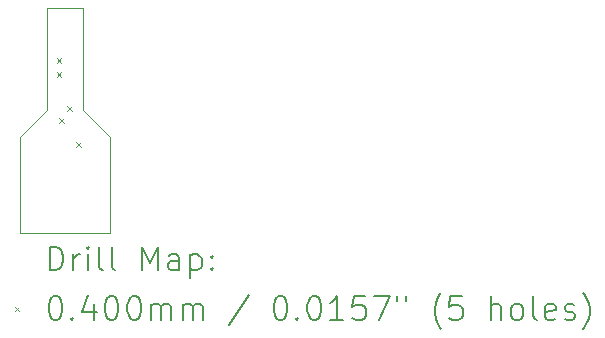
<source format=gbr>
%TF.GenerationSoftware,KiCad,Pcbnew,(6.0.7)*%
%TF.CreationDate,2022-08-12T15:38:06-07:00*%
%TF.ProjectId,mlx90632-breakout,6d6c7839-3036-4333-922d-627265616b6f,rev?*%
%TF.SameCoordinates,Original*%
%TF.FileFunction,Drillmap*%
%TF.FilePolarity,Positive*%
%FSLAX45Y45*%
G04 Gerber Fmt 4.5, Leading zero omitted, Abs format (unit mm)*
G04 Created by KiCad (PCBNEW (6.0.7)) date 2022-08-12 15:38:06*
%MOMM*%
%LPD*%
G01*
G04 APERTURE LIST*
%ADD10C,0.050000*%
%ADD11C,0.200000*%
%ADD12C,0.040000*%
G04 APERTURE END LIST*
D10*
X10942600Y-7308600D02*
X10714000Y-7537200D01*
X10942600Y-7308600D02*
X10942600Y-6445000D01*
X10714000Y-7537200D02*
X10714000Y-8350000D01*
X11247400Y-6445000D02*
X10942600Y-6445000D01*
X11476000Y-7537200D02*
X11476000Y-8350000D01*
X11247400Y-7308600D02*
X11247400Y-6445000D01*
X10714000Y-8350000D02*
X11476000Y-8350000D01*
X11247400Y-7308600D02*
X11476000Y-7537200D01*
D11*
D12*
X11027900Y-6869500D02*
X11067900Y-6909500D01*
X11067900Y-6869500D02*
X11027900Y-6909500D01*
X11027900Y-6983800D02*
X11067900Y-7023800D01*
X11067900Y-6983800D02*
X11027900Y-7023800D01*
X11049600Y-7377500D02*
X11089600Y-7417500D01*
X11089600Y-7377500D02*
X11049600Y-7417500D01*
X11116850Y-7275900D02*
X11156850Y-7315900D01*
X11156850Y-7275900D02*
X11116850Y-7315900D01*
X11189300Y-7580700D02*
X11229300Y-7620700D01*
X11229300Y-7580700D02*
X11189300Y-7620700D01*
D11*
X10969119Y-8662976D02*
X10969119Y-8462976D01*
X11016738Y-8462976D01*
X11045309Y-8472500D01*
X11064357Y-8491548D01*
X11073881Y-8510595D01*
X11083405Y-8548691D01*
X11083405Y-8577262D01*
X11073881Y-8615357D01*
X11064357Y-8634405D01*
X11045309Y-8653452D01*
X11016738Y-8662976D01*
X10969119Y-8662976D01*
X11169119Y-8662976D02*
X11169119Y-8529643D01*
X11169119Y-8567738D02*
X11178643Y-8548691D01*
X11188166Y-8539167D01*
X11207214Y-8529643D01*
X11226262Y-8529643D01*
X11292928Y-8662976D02*
X11292928Y-8529643D01*
X11292928Y-8462976D02*
X11283405Y-8472500D01*
X11292928Y-8482024D01*
X11302452Y-8472500D01*
X11292928Y-8462976D01*
X11292928Y-8482024D01*
X11416738Y-8662976D02*
X11397690Y-8653452D01*
X11388166Y-8634405D01*
X11388166Y-8462976D01*
X11521500Y-8662976D02*
X11502452Y-8653452D01*
X11492928Y-8634405D01*
X11492928Y-8462976D01*
X11750071Y-8662976D02*
X11750071Y-8462976D01*
X11816738Y-8605833D01*
X11883405Y-8462976D01*
X11883405Y-8662976D01*
X12064357Y-8662976D02*
X12064357Y-8558214D01*
X12054833Y-8539167D01*
X12035786Y-8529643D01*
X11997690Y-8529643D01*
X11978643Y-8539167D01*
X12064357Y-8653452D02*
X12045309Y-8662976D01*
X11997690Y-8662976D01*
X11978643Y-8653452D01*
X11969119Y-8634405D01*
X11969119Y-8615357D01*
X11978643Y-8596310D01*
X11997690Y-8586786D01*
X12045309Y-8586786D01*
X12064357Y-8577262D01*
X12159595Y-8529643D02*
X12159595Y-8729643D01*
X12159595Y-8539167D02*
X12178643Y-8529643D01*
X12216738Y-8529643D01*
X12235786Y-8539167D01*
X12245309Y-8548691D01*
X12254833Y-8567738D01*
X12254833Y-8624881D01*
X12245309Y-8643929D01*
X12235786Y-8653452D01*
X12216738Y-8662976D01*
X12178643Y-8662976D01*
X12159595Y-8653452D01*
X12340547Y-8643929D02*
X12350071Y-8653452D01*
X12340547Y-8662976D01*
X12331024Y-8653452D01*
X12340547Y-8643929D01*
X12340547Y-8662976D01*
X12340547Y-8539167D02*
X12350071Y-8548691D01*
X12340547Y-8558214D01*
X12331024Y-8548691D01*
X12340547Y-8539167D01*
X12340547Y-8558214D01*
D12*
X10671500Y-8972500D02*
X10711500Y-9012500D01*
X10711500Y-8972500D02*
X10671500Y-9012500D01*
D11*
X11007214Y-8882976D02*
X11026262Y-8882976D01*
X11045309Y-8892500D01*
X11054833Y-8902024D01*
X11064357Y-8921072D01*
X11073881Y-8959167D01*
X11073881Y-9006786D01*
X11064357Y-9044881D01*
X11054833Y-9063929D01*
X11045309Y-9073452D01*
X11026262Y-9082976D01*
X11007214Y-9082976D01*
X10988167Y-9073452D01*
X10978643Y-9063929D01*
X10969119Y-9044881D01*
X10959595Y-9006786D01*
X10959595Y-8959167D01*
X10969119Y-8921072D01*
X10978643Y-8902024D01*
X10988167Y-8892500D01*
X11007214Y-8882976D01*
X11159595Y-9063929D02*
X11169119Y-9073452D01*
X11159595Y-9082976D01*
X11150071Y-9073452D01*
X11159595Y-9063929D01*
X11159595Y-9082976D01*
X11340547Y-8949643D02*
X11340547Y-9082976D01*
X11292928Y-8873452D02*
X11245309Y-9016310D01*
X11369119Y-9016310D01*
X11483405Y-8882976D02*
X11502452Y-8882976D01*
X11521500Y-8892500D01*
X11531024Y-8902024D01*
X11540547Y-8921072D01*
X11550071Y-8959167D01*
X11550071Y-9006786D01*
X11540547Y-9044881D01*
X11531024Y-9063929D01*
X11521500Y-9073452D01*
X11502452Y-9082976D01*
X11483405Y-9082976D01*
X11464357Y-9073452D01*
X11454833Y-9063929D01*
X11445309Y-9044881D01*
X11435786Y-9006786D01*
X11435786Y-8959167D01*
X11445309Y-8921072D01*
X11454833Y-8902024D01*
X11464357Y-8892500D01*
X11483405Y-8882976D01*
X11673881Y-8882976D02*
X11692928Y-8882976D01*
X11711976Y-8892500D01*
X11721500Y-8902024D01*
X11731024Y-8921072D01*
X11740547Y-8959167D01*
X11740547Y-9006786D01*
X11731024Y-9044881D01*
X11721500Y-9063929D01*
X11711976Y-9073452D01*
X11692928Y-9082976D01*
X11673881Y-9082976D01*
X11654833Y-9073452D01*
X11645309Y-9063929D01*
X11635786Y-9044881D01*
X11626262Y-9006786D01*
X11626262Y-8959167D01*
X11635786Y-8921072D01*
X11645309Y-8902024D01*
X11654833Y-8892500D01*
X11673881Y-8882976D01*
X11826262Y-9082976D02*
X11826262Y-8949643D01*
X11826262Y-8968691D02*
X11835786Y-8959167D01*
X11854833Y-8949643D01*
X11883405Y-8949643D01*
X11902452Y-8959167D01*
X11911976Y-8978214D01*
X11911976Y-9082976D01*
X11911976Y-8978214D02*
X11921500Y-8959167D01*
X11940547Y-8949643D01*
X11969119Y-8949643D01*
X11988166Y-8959167D01*
X11997690Y-8978214D01*
X11997690Y-9082976D01*
X12092928Y-9082976D02*
X12092928Y-8949643D01*
X12092928Y-8968691D02*
X12102452Y-8959167D01*
X12121500Y-8949643D01*
X12150071Y-8949643D01*
X12169119Y-8959167D01*
X12178643Y-8978214D01*
X12178643Y-9082976D01*
X12178643Y-8978214D02*
X12188166Y-8959167D01*
X12207214Y-8949643D01*
X12235786Y-8949643D01*
X12254833Y-8959167D01*
X12264357Y-8978214D01*
X12264357Y-9082976D01*
X12654833Y-8873452D02*
X12483405Y-9130595D01*
X12911976Y-8882976D02*
X12931024Y-8882976D01*
X12950071Y-8892500D01*
X12959595Y-8902024D01*
X12969119Y-8921072D01*
X12978643Y-8959167D01*
X12978643Y-9006786D01*
X12969119Y-9044881D01*
X12959595Y-9063929D01*
X12950071Y-9073452D01*
X12931024Y-9082976D01*
X12911976Y-9082976D01*
X12892928Y-9073452D01*
X12883405Y-9063929D01*
X12873881Y-9044881D01*
X12864357Y-9006786D01*
X12864357Y-8959167D01*
X12873881Y-8921072D01*
X12883405Y-8902024D01*
X12892928Y-8892500D01*
X12911976Y-8882976D01*
X13064357Y-9063929D02*
X13073881Y-9073452D01*
X13064357Y-9082976D01*
X13054833Y-9073452D01*
X13064357Y-9063929D01*
X13064357Y-9082976D01*
X13197690Y-8882976D02*
X13216738Y-8882976D01*
X13235786Y-8892500D01*
X13245309Y-8902024D01*
X13254833Y-8921072D01*
X13264357Y-8959167D01*
X13264357Y-9006786D01*
X13254833Y-9044881D01*
X13245309Y-9063929D01*
X13235786Y-9073452D01*
X13216738Y-9082976D01*
X13197690Y-9082976D01*
X13178643Y-9073452D01*
X13169119Y-9063929D01*
X13159595Y-9044881D01*
X13150071Y-9006786D01*
X13150071Y-8959167D01*
X13159595Y-8921072D01*
X13169119Y-8902024D01*
X13178643Y-8892500D01*
X13197690Y-8882976D01*
X13454833Y-9082976D02*
X13340547Y-9082976D01*
X13397690Y-9082976D02*
X13397690Y-8882976D01*
X13378643Y-8911548D01*
X13359595Y-8930595D01*
X13340547Y-8940119D01*
X13635786Y-8882976D02*
X13540547Y-8882976D01*
X13531024Y-8978214D01*
X13540547Y-8968691D01*
X13559595Y-8959167D01*
X13607214Y-8959167D01*
X13626262Y-8968691D01*
X13635786Y-8978214D01*
X13645309Y-8997262D01*
X13645309Y-9044881D01*
X13635786Y-9063929D01*
X13626262Y-9073452D01*
X13607214Y-9082976D01*
X13559595Y-9082976D01*
X13540547Y-9073452D01*
X13531024Y-9063929D01*
X13711976Y-8882976D02*
X13845309Y-8882976D01*
X13759595Y-9082976D01*
X13911976Y-8882976D02*
X13911976Y-8921072D01*
X13988166Y-8882976D02*
X13988166Y-8921072D01*
X14283405Y-9159167D02*
X14273881Y-9149643D01*
X14254833Y-9121072D01*
X14245309Y-9102024D01*
X14235786Y-9073452D01*
X14226262Y-9025833D01*
X14226262Y-8987738D01*
X14235786Y-8940119D01*
X14245309Y-8911548D01*
X14254833Y-8892500D01*
X14273881Y-8863929D01*
X14283405Y-8854405D01*
X14454833Y-8882976D02*
X14359595Y-8882976D01*
X14350071Y-8978214D01*
X14359595Y-8968691D01*
X14378643Y-8959167D01*
X14426262Y-8959167D01*
X14445309Y-8968691D01*
X14454833Y-8978214D01*
X14464357Y-8997262D01*
X14464357Y-9044881D01*
X14454833Y-9063929D01*
X14445309Y-9073452D01*
X14426262Y-9082976D01*
X14378643Y-9082976D01*
X14359595Y-9073452D01*
X14350071Y-9063929D01*
X14702452Y-9082976D02*
X14702452Y-8882976D01*
X14788166Y-9082976D02*
X14788166Y-8978214D01*
X14778643Y-8959167D01*
X14759595Y-8949643D01*
X14731024Y-8949643D01*
X14711976Y-8959167D01*
X14702452Y-8968691D01*
X14911976Y-9082976D02*
X14892928Y-9073452D01*
X14883405Y-9063929D01*
X14873881Y-9044881D01*
X14873881Y-8987738D01*
X14883405Y-8968691D01*
X14892928Y-8959167D01*
X14911976Y-8949643D01*
X14940547Y-8949643D01*
X14959595Y-8959167D01*
X14969119Y-8968691D01*
X14978643Y-8987738D01*
X14978643Y-9044881D01*
X14969119Y-9063929D01*
X14959595Y-9073452D01*
X14940547Y-9082976D01*
X14911976Y-9082976D01*
X15092928Y-9082976D02*
X15073881Y-9073452D01*
X15064357Y-9054405D01*
X15064357Y-8882976D01*
X15245309Y-9073452D02*
X15226262Y-9082976D01*
X15188166Y-9082976D01*
X15169119Y-9073452D01*
X15159595Y-9054405D01*
X15159595Y-8978214D01*
X15169119Y-8959167D01*
X15188166Y-8949643D01*
X15226262Y-8949643D01*
X15245309Y-8959167D01*
X15254833Y-8978214D01*
X15254833Y-8997262D01*
X15159595Y-9016310D01*
X15331024Y-9073452D02*
X15350071Y-9082976D01*
X15388166Y-9082976D01*
X15407214Y-9073452D01*
X15416738Y-9054405D01*
X15416738Y-9044881D01*
X15407214Y-9025833D01*
X15388166Y-9016310D01*
X15359595Y-9016310D01*
X15340547Y-9006786D01*
X15331024Y-8987738D01*
X15331024Y-8978214D01*
X15340547Y-8959167D01*
X15359595Y-8949643D01*
X15388166Y-8949643D01*
X15407214Y-8959167D01*
X15483405Y-9159167D02*
X15492928Y-9149643D01*
X15511976Y-9121072D01*
X15521500Y-9102024D01*
X15531024Y-9073452D01*
X15540547Y-9025833D01*
X15540547Y-8987738D01*
X15531024Y-8940119D01*
X15521500Y-8911548D01*
X15511976Y-8892500D01*
X15492928Y-8863929D01*
X15483405Y-8854405D01*
M02*

</source>
